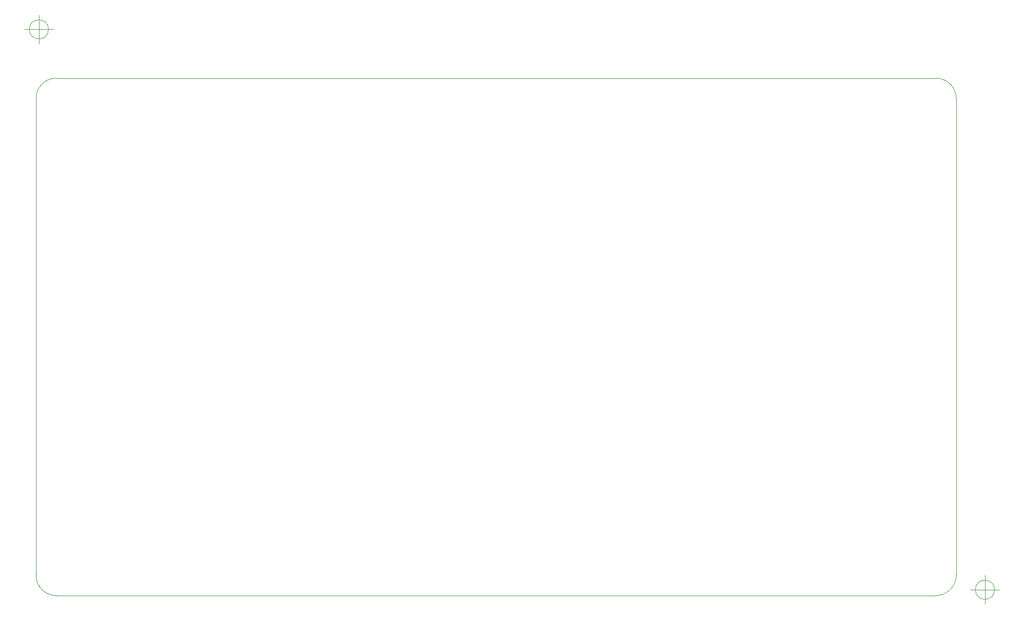
<source format=gbr>
G04 #@! TF.GenerationSoftware,KiCad,Pcbnew,(5.99.0-6751-g76ac8b5acf)*
G04 #@! TF.CreationDate,2021-04-16T13:45:55+01:00*
G04 #@! TF.ProjectId,CM4IOv5,434d3449-4f76-4352-9e6b-696361645f70,rev?*
G04 #@! TF.SameCoordinates,Original*
G04 #@! TF.FileFunction,Profile,NP*
%FSLAX46Y46*%
G04 Gerber Fmt 4.6, Leading zero omitted, Abs format (unit mm)*
G04 Created by KiCad (PCBNEW (5.99.0-6751-g76ac8b5acf)) date 2021-04-16 13:45:55*
%MOMM*%
%LPD*%
G01*
G04 APERTURE LIST*
G04 #@! TA.AperFunction,Profile*
%ADD10C,0.050000*%
G04 #@! TD*
G04 APERTURE END LIST*
D10*
X239000000Y-156500000D02*
X239000000Y-73500000D01*
X235500000Y-70000000D02*
X82500000Y-70000000D01*
X79000000Y-156500000D02*
X79000000Y-73500000D01*
X79000000Y-73500000D02*
G75*
G02*
X82500000Y-70000000I3500000J0D01*
G01*
X82500000Y-160000000D02*
X235500000Y-160000000D01*
X82500000Y-160000000D02*
G75*
G02*
X79000000Y-156500000I0J3500000D01*
G01*
X235500000Y-70000000D02*
G75*
G02*
X239000000Y-73500000I0J-3500000D01*
G01*
X239000000Y-156500000D02*
G75*
G02*
X235500000Y-160000000I-3500000J0D01*
G01*
X245666666Y-159000000D02*
G75*
G03*
X245666666Y-159000000I-1666666J0D01*
G01*
X241500000Y-159000000D02*
X246500000Y-159000000D01*
X244000000Y-156500000D02*
X244000000Y-161500000D01*
X81166666Y-61500000D02*
G75*
G03*
X81166666Y-61500000I-1666666J0D01*
G01*
X77000000Y-61500000D02*
X82000000Y-61500000D01*
X79500000Y-59000000D02*
X79500000Y-64000000D01*
M02*

</source>
